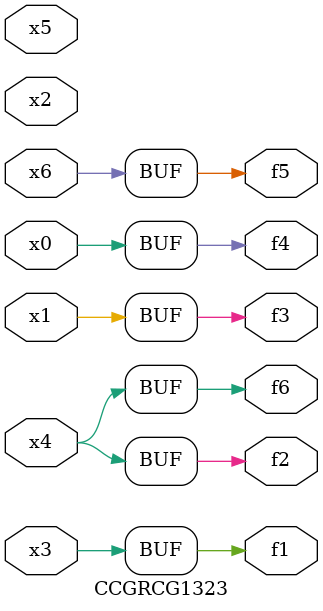
<source format=v>
module CCGRCG1323(
	input x0, x1, x2, x3, x4, x5, x6,
	output f1, f2, f3, f4, f5, f6
);
	assign f1 = x3;
	assign f2 = x4;
	assign f3 = x1;
	assign f4 = x0;
	assign f5 = x6;
	assign f6 = x4;
endmodule

</source>
